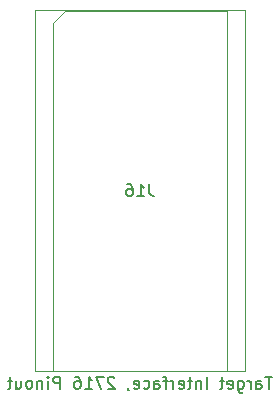
<source format=gbr>
G04 #@! TF.GenerationSoftware,KiCad,Pcbnew,(6.0.0)*
G04 #@! TF.CreationDate,2022-08-18T21:42:33-04:00*
G04 #@! TF.ProjectId,io_i2c,696f5f69-3263-42e6-9b69-6361645f7063,rev?*
G04 #@! TF.SameCoordinates,Original*
G04 #@! TF.FileFunction,AssemblyDrawing,Bot*
%FSLAX46Y46*%
G04 Gerber Fmt 4.6, Leading zero omitted, Abs format (unit mm)*
G04 Created by KiCad (PCBNEW (6.0.0)) date 2022-08-18 21:42:33*
%MOMM*%
%LPD*%
G01*
G04 APERTURE LIST*
%ADD10C,0.150000*%
%ADD11C,0.100000*%
G04 APERTURE END LIST*
D10*
X107964476Y-131830380D02*
X107393047Y-131830380D01*
X107678761Y-132830380D02*
X107678761Y-131830380D01*
X106631142Y-132830380D02*
X106631142Y-132306571D01*
X106678761Y-132211333D01*
X106774000Y-132163714D01*
X106964476Y-132163714D01*
X107059714Y-132211333D01*
X106631142Y-132782761D02*
X106726380Y-132830380D01*
X106964476Y-132830380D01*
X107059714Y-132782761D01*
X107107333Y-132687523D01*
X107107333Y-132592285D01*
X107059714Y-132497047D01*
X106964476Y-132449428D01*
X106726380Y-132449428D01*
X106631142Y-132401809D01*
X106154952Y-132830380D02*
X106154952Y-132163714D01*
X106154952Y-132354190D02*
X106107333Y-132258952D01*
X106059714Y-132211333D01*
X105964476Y-132163714D01*
X105869238Y-132163714D01*
X105107333Y-132163714D02*
X105107333Y-132973238D01*
X105154952Y-133068476D01*
X105202571Y-133116095D01*
X105297809Y-133163714D01*
X105440666Y-133163714D01*
X105535904Y-133116095D01*
X105107333Y-132782761D02*
X105202571Y-132830380D01*
X105393047Y-132830380D01*
X105488285Y-132782761D01*
X105535904Y-132735142D01*
X105583523Y-132639904D01*
X105583523Y-132354190D01*
X105535904Y-132258952D01*
X105488285Y-132211333D01*
X105393047Y-132163714D01*
X105202571Y-132163714D01*
X105107333Y-132211333D01*
X104250190Y-132782761D02*
X104345428Y-132830380D01*
X104535904Y-132830380D01*
X104631142Y-132782761D01*
X104678761Y-132687523D01*
X104678761Y-132306571D01*
X104631142Y-132211333D01*
X104535904Y-132163714D01*
X104345428Y-132163714D01*
X104250190Y-132211333D01*
X104202571Y-132306571D01*
X104202571Y-132401809D01*
X104678761Y-132497047D01*
X103916857Y-132163714D02*
X103535904Y-132163714D01*
X103774000Y-131830380D02*
X103774000Y-132687523D01*
X103726380Y-132782761D01*
X103631142Y-132830380D01*
X103535904Y-132830380D01*
X102440666Y-132830380D02*
X102440666Y-131830380D01*
X101964476Y-132163714D02*
X101964476Y-132830380D01*
X101964476Y-132258952D02*
X101916857Y-132211333D01*
X101821619Y-132163714D01*
X101678761Y-132163714D01*
X101583523Y-132211333D01*
X101535904Y-132306571D01*
X101535904Y-132830380D01*
X101202571Y-132163714D02*
X100821619Y-132163714D01*
X101059714Y-131830380D02*
X101059714Y-132687523D01*
X101012095Y-132782761D01*
X100916857Y-132830380D01*
X100821619Y-132830380D01*
X100107333Y-132782761D02*
X100202571Y-132830380D01*
X100393047Y-132830380D01*
X100488285Y-132782761D01*
X100535904Y-132687523D01*
X100535904Y-132306571D01*
X100488285Y-132211333D01*
X100393047Y-132163714D01*
X100202571Y-132163714D01*
X100107333Y-132211333D01*
X100059714Y-132306571D01*
X100059714Y-132401809D01*
X100535904Y-132497047D01*
X99631142Y-132830380D02*
X99631142Y-132163714D01*
X99631142Y-132354190D02*
X99583523Y-132258952D01*
X99535904Y-132211333D01*
X99440666Y-132163714D01*
X99345428Y-132163714D01*
X99154952Y-132163714D02*
X98774000Y-132163714D01*
X99012095Y-132830380D02*
X99012095Y-131973238D01*
X98964476Y-131878000D01*
X98869238Y-131830380D01*
X98774000Y-131830380D01*
X98012095Y-132830380D02*
X98012095Y-132306571D01*
X98059714Y-132211333D01*
X98154952Y-132163714D01*
X98345428Y-132163714D01*
X98440666Y-132211333D01*
X98012095Y-132782761D02*
X98107333Y-132830380D01*
X98345428Y-132830380D01*
X98440666Y-132782761D01*
X98488285Y-132687523D01*
X98488285Y-132592285D01*
X98440666Y-132497047D01*
X98345428Y-132449428D01*
X98107333Y-132449428D01*
X98012095Y-132401809D01*
X97107333Y-132782761D02*
X97202571Y-132830380D01*
X97393047Y-132830380D01*
X97488285Y-132782761D01*
X97535904Y-132735142D01*
X97583523Y-132639904D01*
X97583523Y-132354190D01*
X97535904Y-132258952D01*
X97488285Y-132211333D01*
X97393047Y-132163714D01*
X97202571Y-132163714D01*
X97107333Y-132211333D01*
X96297809Y-132782761D02*
X96393047Y-132830380D01*
X96583523Y-132830380D01*
X96678761Y-132782761D01*
X96726380Y-132687523D01*
X96726380Y-132306571D01*
X96678761Y-132211333D01*
X96583523Y-132163714D01*
X96393047Y-132163714D01*
X96297809Y-132211333D01*
X96250190Y-132306571D01*
X96250190Y-132401809D01*
X96726380Y-132497047D01*
X95774000Y-132782761D02*
X95774000Y-132830380D01*
X95821619Y-132925619D01*
X95869238Y-132973238D01*
X94631142Y-131925619D02*
X94583523Y-131878000D01*
X94488285Y-131830380D01*
X94250190Y-131830380D01*
X94154952Y-131878000D01*
X94107333Y-131925619D01*
X94059714Y-132020857D01*
X94059714Y-132116095D01*
X94107333Y-132258952D01*
X94678761Y-132830380D01*
X94059714Y-132830380D01*
X93726380Y-131830380D02*
X93059714Y-131830380D01*
X93488285Y-132830380D01*
X92154952Y-132830380D02*
X92726380Y-132830380D01*
X92440666Y-132830380D02*
X92440666Y-131830380D01*
X92535904Y-131973238D01*
X92631142Y-132068476D01*
X92726380Y-132116095D01*
X91297809Y-131830380D02*
X91488285Y-131830380D01*
X91583523Y-131878000D01*
X91631142Y-131925619D01*
X91726380Y-132068476D01*
X91774000Y-132258952D01*
X91774000Y-132639904D01*
X91726380Y-132735142D01*
X91678761Y-132782761D01*
X91583523Y-132830380D01*
X91393047Y-132830380D01*
X91297809Y-132782761D01*
X91250190Y-132735142D01*
X91202571Y-132639904D01*
X91202571Y-132401809D01*
X91250190Y-132306571D01*
X91297809Y-132258952D01*
X91393047Y-132211333D01*
X91583523Y-132211333D01*
X91678761Y-132258952D01*
X91726380Y-132306571D01*
X91774000Y-132401809D01*
X90012095Y-132830380D02*
X90012095Y-131830380D01*
X89631142Y-131830380D01*
X89535904Y-131878000D01*
X89488285Y-131925619D01*
X89440666Y-132020857D01*
X89440666Y-132163714D01*
X89488285Y-132258952D01*
X89535904Y-132306571D01*
X89631142Y-132354190D01*
X90012095Y-132354190D01*
X89012095Y-132830380D02*
X89012095Y-132163714D01*
X89012095Y-131830380D02*
X89059714Y-131878000D01*
X89012095Y-131925619D01*
X88964476Y-131878000D01*
X89012095Y-131830380D01*
X89012095Y-131925619D01*
X88535904Y-132163714D02*
X88535904Y-132830380D01*
X88535904Y-132258952D02*
X88488285Y-132211333D01*
X88393047Y-132163714D01*
X88250190Y-132163714D01*
X88154952Y-132211333D01*
X88107333Y-132306571D01*
X88107333Y-132830380D01*
X87488285Y-132830380D02*
X87583523Y-132782761D01*
X87631142Y-132735142D01*
X87678761Y-132639904D01*
X87678761Y-132354190D01*
X87631142Y-132258952D01*
X87583523Y-132211333D01*
X87488285Y-132163714D01*
X87345428Y-132163714D01*
X87250190Y-132211333D01*
X87202571Y-132258952D01*
X87154952Y-132354190D01*
X87154952Y-132639904D01*
X87202571Y-132735142D01*
X87250190Y-132782761D01*
X87345428Y-132830380D01*
X87488285Y-132830380D01*
X86297809Y-132163714D02*
X86297809Y-132830380D01*
X86726380Y-132163714D02*
X86726380Y-132687523D01*
X86678761Y-132782761D01*
X86583523Y-132830380D01*
X86440666Y-132830380D01*
X86345428Y-132782761D01*
X86297809Y-132735142D01*
X85964476Y-132163714D02*
X85583523Y-132163714D01*
X85821619Y-131830380D02*
X85821619Y-132687523D01*
X85774000Y-132782761D01*
X85678761Y-132830380D01*
X85583523Y-132830380D01*
X97583523Y-115530380D02*
X97583523Y-116244666D01*
X97631142Y-116387523D01*
X97726380Y-116482761D01*
X97869238Y-116530380D01*
X97964476Y-116530380D01*
X96583523Y-116530380D02*
X97154952Y-116530380D01*
X96869238Y-116530380D02*
X96869238Y-115530380D01*
X96964476Y-115673238D01*
X97059714Y-115768476D01*
X97154952Y-115816095D01*
X95726380Y-115530380D02*
X95916857Y-115530380D01*
X96012095Y-115578000D01*
X96059714Y-115625619D01*
X96154952Y-115768476D01*
X96202571Y-115958952D01*
X96202571Y-116339904D01*
X96154952Y-116435142D01*
X96107333Y-116482761D01*
X96012095Y-116530380D01*
X95821619Y-116530380D01*
X95726380Y-116482761D01*
X95678761Y-116435142D01*
X95631142Y-116339904D01*
X95631142Y-116101809D01*
X95678761Y-116006571D01*
X95726380Y-115958952D01*
X95821619Y-115911333D01*
X96012095Y-115911333D01*
X96107333Y-115958952D01*
X96154952Y-116006571D01*
X96202571Y-116101809D01*
D11*
X105664000Y-100778000D02*
X87884000Y-100778000D01*
X89409000Y-101838000D02*
X90409000Y-100838000D01*
X87884000Y-100778000D02*
X87884000Y-131378000D01*
X105664000Y-131378000D02*
X105664000Y-100778000D01*
X89409000Y-131318000D02*
X89409000Y-101838000D01*
X104139000Y-131318000D02*
X89409000Y-131318000D01*
X104139000Y-100838000D02*
X104139000Y-131318000D01*
X87884000Y-131378000D02*
X105664000Y-131378000D01*
X90409000Y-100838000D02*
X104139000Y-100838000D01*
M02*

</source>
